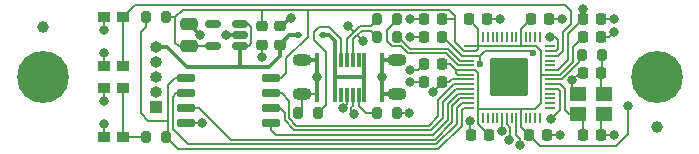
<source format=gbr>
%TF.GenerationSoftware,KiCad,Pcbnew,(7.0.0)*%
%TF.CreationDate,2023-05-29T13:22:43-05:00*%
%TF.ProjectId,rp2040-radar-presense-sensor,72703230-3430-42d7-9261-6461722d7072,rev?*%
%TF.SameCoordinates,Original*%
%TF.FileFunction,Copper,L1,Top*%
%TF.FilePolarity,Positive*%
%FSLAX46Y46*%
G04 Gerber Fmt 4.6, Leading zero omitted, Abs format (unit mm)*
G04 Created by KiCad (PCBNEW (7.0.0)) date 2023-05-29 13:22:43*
%MOMM*%
%LPD*%
G01*
G04 APERTURE LIST*
G04 Aperture macros list*
%AMRoundRect*
0 Rectangle with rounded corners*
0 $1 Rounding radius*
0 $2 $3 $4 $5 $6 $7 $8 $9 X,Y pos of 4 corners*
0 Add a 4 corners polygon primitive as box body*
4,1,4,$2,$3,$4,$5,$6,$7,$8,$9,$2,$3,0*
0 Add four circle primitives for the rounded corners*
1,1,$1+$1,$2,$3*
1,1,$1+$1,$4,$5*
1,1,$1+$1,$6,$7*
1,1,$1+$1,$8,$9*
0 Add four rect primitives between the rounded corners*
20,1,$1+$1,$2,$3,$4,$5,0*
20,1,$1+$1,$4,$5,$6,$7,0*
20,1,$1+$1,$6,$7,$8,$9,0*
20,1,$1+$1,$8,$9,$2,$3,0*%
G04 Aperture macros list end*
%TA.AperFunction,SMDPad,CuDef*%
%ADD10C,1.000000*%
%TD*%
%TA.AperFunction,SMDPad,CuDef*%
%ADD11RoundRect,0.200000X0.200000X0.275000X-0.200000X0.275000X-0.200000X-0.275000X0.200000X-0.275000X0*%
%TD*%
%TA.AperFunction,SMDPad,CuDef*%
%ADD12RoundRect,0.225000X-0.225000X-0.250000X0.225000X-0.250000X0.225000X0.250000X-0.225000X0.250000X0*%
%TD*%
%TA.AperFunction,SMDPad,CuDef*%
%ADD13RoundRect,0.225000X0.225000X0.250000X-0.225000X0.250000X-0.225000X-0.250000X0.225000X-0.250000X0*%
%TD*%
%TA.AperFunction,ComponentPad*%
%ADD14C,4.400000*%
%TD*%
%TA.AperFunction,SMDPad,CuDef*%
%ADD15R,1.000000X0.900000*%
%TD*%
%TA.AperFunction,SMDPad,CuDef*%
%ADD16RoundRect,0.200000X-0.200000X-0.275000X0.200000X-0.275000X0.200000X0.275000X-0.200000X0.275000X0*%
%TD*%
%TA.AperFunction,SMDPad,CuDef*%
%ADD17RoundRect,0.150000X-0.650000X-0.150000X0.650000X-0.150000X0.650000X0.150000X-0.650000X0.150000X0*%
%TD*%
%TA.AperFunction,SMDPad,CuDef*%
%ADD18RoundRect,0.225000X-0.250000X0.225000X-0.250000X-0.225000X0.250000X-0.225000X0.250000X0.225000X0*%
%TD*%
%TA.AperFunction,SMDPad,CuDef*%
%ADD19RoundRect,0.112500X-0.187500X-0.112500X0.187500X-0.112500X0.187500X0.112500X-0.187500X0.112500X0*%
%TD*%
%TA.AperFunction,SMDPad,CuDef*%
%ADD20RoundRect,0.225000X0.250000X-0.225000X0.250000X0.225000X-0.250000X0.225000X-0.250000X-0.225000X0*%
%TD*%
%TA.AperFunction,SMDPad,CuDef*%
%ADD21RoundRect,0.250000X0.475000X-0.250000X0.475000X0.250000X-0.475000X0.250000X-0.475000X-0.250000X0*%
%TD*%
%TA.AperFunction,SMDPad,CuDef*%
%ADD22R,1.400000X1.200000*%
%TD*%
%TA.AperFunction,SMDPad,CuDef*%
%ADD23RoundRect,0.050000X0.050000X-0.387500X0.050000X0.387500X-0.050000X0.387500X-0.050000X-0.387500X0*%
%TD*%
%TA.AperFunction,SMDPad,CuDef*%
%ADD24RoundRect,0.050000X0.387500X-0.050000X0.387500X0.050000X-0.387500X0.050000X-0.387500X-0.050000X0*%
%TD*%
%TA.AperFunction,ComponentPad*%
%ADD25C,0.600000*%
%TD*%
%TA.AperFunction,SMDPad,CuDef*%
%ADD26RoundRect,0.144000X1.456000X-1.456000X1.456000X1.456000X-1.456000X1.456000X-1.456000X-1.456000X0*%
%TD*%
%TA.AperFunction,SMDPad,CuDef*%
%ADD27RoundRect,0.150000X0.512500X0.150000X-0.512500X0.150000X-0.512500X-0.150000X0.512500X-0.150000X0*%
%TD*%
%TA.AperFunction,SMDPad,CuDef*%
%ADD28R,0.300000X1.150000*%
%TD*%
%TA.AperFunction,ComponentPad*%
%ADD29O,1.600000X1.100000*%
%TD*%
%TA.AperFunction,ComponentPad*%
%ADD30R,1.000000X1.000000*%
%TD*%
%TA.AperFunction,ComponentPad*%
%ADD31O,1.000000X1.000000*%
%TD*%
%TA.AperFunction,ViaPad*%
%ADD32C,0.800000*%
%TD*%
%TA.AperFunction,ViaPad*%
%ADD33C,0.600000*%
%TD*%
%TA.AperFunction,Conductor*%
%ADD34C,0.200000*%
%TD*%
%TA.AperFunction,Conductor*%
%ADD35C,0.300000*%
%TD*%
G04 APERTURE END LIST*
D10*
%TO.P,FID2,*%
%TO.N,*%
X74000000Y-95750000D03*
%TD*%
%TO.P,FID1,*%
%TO.N,*%
X126000000Y-104250000D03*
%TD*%
D11*
%TO.P,R2,1*%
%TO.N,+3V3*%
X84425000Y-94945600D03*
%TO.P,R2,2*%
%TO.N,QSPI_SS*%
X82775000Y-94945600D03*
%TD*%
D12*
%TO.P,C9,1*%
%TO.N,+3V3*%
X119722600Y-96621600D03*
%TO.P,C9,2*%
%TO.N,GND*%
X121272600Y-96621600D03*
%TD*%
D13*
%TO.P,C6,1*%
%TO.N,+1V1*%
X107806600Y-100431600D03*
%TO.P,C6,2*%
%TO.N,GND*%
X106256600Y-100431600D03*
%TD*%
D14*
%TO.P,H1,1,1*%
%TO.N,unconnected-(H1-Pad1)*%
X74000000Y-100000000D03*
%TD*%
D13*
%TO.P,C13,1*%
%TO.N,+3V3*%
X111819800Y-104902000D03*
%TO.P,C13,2*%
%TO.N,GND*%
X110269800Y-104902000D03*
%TD*%
D15*
%TO.P,SW2,1,1*%
%TO.N,GND*%
X79199999Y-99049999D03*
X79199999Y-94949999D03*
%TO.P,SW2,2,2*%
%TO.N,Net-(U3-RUN)*%
X80799999Y-99049999D03*
X80799999Y-94949999D03*
%TD*%
%TO.P,SW1,1,1*%
%TO.N,GND*%
X79199999Y-105049999D03*
X79199999Y-100949999D03*
%TO.P,SW1,2,2*%
%TO.N,Net-(R1-Pad2)*%
X80799999Y-105049999D03*
X80799999Y-100949999D03*
%TD*%
D12*
%TO.P,C15,1*%
%TO.N,+3V3*%
X115146600Y-104902000D03*
%TO.P,C15,2*%
%TO.N,GND*%
X116696600Y-104902000D03*
%TD*%
D16*
%TO.P,R4,1*%
%TO.N,USB_D+*%
X102349800Y-95097600D03*
%TO.P,R4,2*%
%TO.N,Net-(U3-USB_DP)*%
X103999800Y-95097600D03*
%TD*%
D11*
%TO.P,R1,1*%
%TO.N,QSPI_SS*%
X84425000Y-105054400D03*
%TO.P,R1,2*%
%TO.N,Net-(R1-Pad2)*%
X82775000Y-105054400D03*
%TD*%
D12*
%TO.P,C1,1*%
%TO.N,Net-(U3-XIN)*%
X119722600Y-104902000D03*
%TO.P,C1,2*%
%TO.N,GND*%
X121272600Y-104902000D03*
%TD*%
D11*
%TO.P,R6,1*%
%TO.N,Net-(J2-CC1)*%
X97294200Y-103073200D03*
%TO.P,R6,2*%
%TO.N,GND*%
X95644200Y-103073200D03*
%TD*%
D17*
%TO.P,U1,1,~{CS}*%
%TO.N,QSPI_SS*%
X86112800Y-100101400D03*
%TO.P,U1,2,DO(IO1)*%
%TO.N,/QSPI_SD1*%
X86112800Y-101371400D03*
%TO.P,U1,3,IO2*%
%TO.N,/QSPI_SD2*%
X86112800Y-102641400D03*
%TO.P,U1,4,GND*%
%TO.N,GND*%
X86112800Y-103911400D03*
%TO.P,U1,5,DI(IO0)*%
%TO.N,/QSPI_SD0*%
X93312800Y-103911400D03*
%TO.P,U1,6,CLK*%
%TO.N,QSPI_SCLK*%
X93312800Y-102641400D03*
%TO.P,U1,7,IO3*%
%TO.N,/QSPI_SD3*%
X93312800Y-101371400D03*
%TO.P,U1,8,VCC*%
%TO.N,+3V3*%
X93312800Y-100101400D03*
%TD*%
D11*
%TO.P,R7,1*%
%TO.N,GND*%
X103999800Y-103073200D03*
%TO.P,R7,2*%
%TO.N,Net-(J2-CC2)*%
X102349800Y-103073200D03*
%TD*%
D12*
%TO.P,C12,1*%
%TO.N,+3V3*%
X110066600Y-95097600D03*
%TO.P,C12,2*%
%TO.N,GND*%
X111616600Y-95097600D03*
%TD*%
D16*
%TO.P,R3,1*%
%TO.N,Net-(U3-XOUT)*%
X119672600Y-98145600D03*
%TO.P,R3,2*%
%TO.N,Net-(C2-Pad1)*%
X121322600Y-98145600D03*
%TD*%
%TO.P,R5,1*%
%TO.N,USB_D-*%
X102349800Y-96621600D03*
%TO.P,R5,2*%
%TO.N,Net-(U3-USB_DM)*%
X103999800Y-96621600D03*
%TD*%
D18*
%TO.P,C4,1*%
%TO.N,+3V3*%
X92557600Y-95694200D03*
%TO.P,C4,2*%
%TO.N,GND*%
X92557600Y-97244200D03*
%TD*%
D13*
%TO.P,C11,1*%
%TO.N,+3V3*%
X107806600Y-98907600D03*
%TO.P,C11,2*%
%TO.N,GND*%
X106256600Y-98907600D03*
%TD*%
D14*
%TO.P,H2,1,1*%
%TO.N,unconnected-(H2-Pad1)*%
X126000000Y-100000000D03*
%TD*%
D19*
%TO.P,D1,1,K*%
%TO.N,VBUS*%
X95622400Y-96469200D03*
%TO.P,D1,2,A*%
%TO.N,Net-(D1-A)*%
X97722400Y-96469200D03*
%TD*%
D20*
%TO.P,C3,1*%
%TO.N,VBUS*%
X94081600Y-97244200D03*
%TO.P,C3,2*%
%TO.N,GND*%
X94081600Y-95694200D03*
%TD*%
D21*
%TO.P,C8,1*%
%TO.N,+3V3*%
X86360000Y-97393800D03*
%TO.P,C8,2*%
%TO.N,GND*%
X86360000Y-95493800D03*
%TD*%
D13*
%TO.P,C7,1*%
%TO.N,+1V1*%
X107806600Y-96621600D03*
%TO.P,C7,2*%
%TO.N,GND*%
X106256600Y-96621600D03*
%TD*%
D22*
%TO.P,Y1,1,1*%
%TO.N,Net-(C2-Pad1)*%
X121495999Y-101410399D03*
%TO.P,Y1,2,2*%
%TO.N,GND*%
X119295999Y-101410399D03*
%TO.P,Y1,3,3*%
%TO.N,Net-(U3-XIN)*%
X119295999Y-103110399D03*
%TO.P,Y1,4,4*%
%TO.N,GND*%
X121495999Y-103110399D03*
%TD*%
D13*
%TO.P,C2,1*%
%TO.N,Net-(C2-Pad1)*%
X121272600Y-99669600D03*
%TO.P,C2,2*%
%TO.N,GND*%
X119722600Y-99669600D03*
%TD*%
D23*
%TO.P,U3,1,IOVDD*%
%TO.N,+3V3*%
X110900000Y-103437500D03*
%TO.P,U3,2,GPIO0*%
%TO.N,unconnected-(U3-GPIO0-Pad2)*%
X111300000Y-103437500D03*
%TO.P,U3,3,GPIO1*%
%TO.N,unconnected-(U3-GPIO1-Pad3)*%
X111700000Y-103437500D03*
%TO.P,U3,4,GPIO2*%
%TO.N,unconnected-(U3-GPIO2-Pad4)*%
X112100000Y-103437500D03*
%TO.P,U3,5,GPIO3*%
%TO.N,unconnected-(U3-GPIO3-Pad5)*%
X112500000Y-103437500D03*
%TO.P,U3,6,GPIO4*%
%TO.N,UART_TX*%
X112900000Y-103437500D03*
%TO.P,U3,7,GPIO5*%
%TO.N,UART_RX*%
X113300000Y-103437500D03*
%TO.P,U3,8,GPIO6*%
%TO.N,unconnected-(U3-GPIO6-Pad8)*%
X113700000Y-103437500D03*
%TO.P,U3,9,GPIO7*%
%TO.N,PRS_OUT*%
X114100000Y-103437500D03*
%TO.P,U3,10,IOVDD*%
%TO.N,+3V3*%
X114500000Y-103437500D03*
%TO.P,U3,11,GPIO8*%
%TO.N,unconnected-(U3-GPIO8-Pad11)*%
X114900000Y-103437500D03*
%TO.P,U3,12,GPIO9*%
%TO.N,unconnected-(U3-GPIO9-Pad12)*%
X115300000Y-103437500D03*
%TO.P,U3,13,GPIO10*%
%TO.N,unconnected-(U3-GPIO10-Pad13)*%
X115700000Y-103437500D03*
%TO.P,U3,14,GPIO11*%
%TO.N,unconnected-(U3-GPIO11-Pad14)*%
X116100000Y-103437500D03*
D24*
%TO.P,U3,15,GPIO12*%
%TO.N,unconnected-(U3-GPIO12-Pad15)*%
X116937500Y-102600000D03*
%TO.P,U3,16,GPIO13*%
%TO.N,unconnected-(U3-GPIO13-Pad16)*%
X116937500Y-102200000D03*
%TO.P,U3,17,GPIO14*%
%TO.N,unconnected-(U3-GPIO14-Pad17)*%
X116937500Y-101800000D03*
%TO.P,U3,18,GPIO15*%
%TO.N,unconnected-(U3-GPIO15-Pad18)*%
X116937500Y-101400000D03*
%TO.P,U3,19,TESTEN*%
%TO.N,GND*%
X116937500Y-101000000D03*
%TO.P,U3,20,XIN*%
%TO.N,Net-(U3-XIN)*%
X116937500Y-100600000D03*
%TO.P,U3,21,XOUT*%
%TO.N,Net-(U3-XOUT)*%
X116937500Y-100200000D03*
%TO.P,U3,22,IOVDD*%
%TO.N,+3V3*%
X116937500Y-99800000D03*
%TO.P,U3,23,DVDD*%
%TO.N,+1V1*%
X116937500Y-99400000D03*
%TO.P,U3,24,SWCLK*%
%TO.N,unconnected-(U3-SWCLK-Pad24)*%
X116937500Y-99000000D03*
%TO.P,U3,25,SWD*%
%TO.N,unconnected-(U3-SWD-Pad25)*%
X116937500Y-98600000D03*
%TO.P,U3,26,RUN*%
%TO.N,Net-(U3-RUN)*%
X116937500Y-98200000D03*
%TO.P,U3,27,GPIO16*%
%TO.N,RGB_DIN*%
X116937500Y-97800000D03*
%TO.P,U3,28,GPIO17*%
%TO.N,unconnected-(U3-GPIO17-Pad28)*%
X116937500Y-97400000D03*
D23*
%TO.P,U3,29,GPIO18*%
%TO.N,unconnected-(U3-GPIO18-Pad29)*%
X116100000Y-96562500D03*
%TO.P,U3,30,GPIO19*%
%TO.N,unconnected-(U3-GPIO19-Pad30)*%
X115700000Y-96562500D03*
%TO.P,U3,31,GPIO20*%
%TO.N,unconnected-(U3-GPIO20-Pad31)*%
X115300000Y-96562500D03*
%TO.P,U3,32,GPIO21*%
%TO.N,unconnected-(U3-GPIO21-Pad32)*%
X114900000Y-96562500D03*
%TO.P,U3,33,IOVDD*%
%TO.N,+3V3*%
X114500000Y-96562500D03*
%TO.P,U3,34,GPIO22*%
%TO.N,unconnected-(U3-GPIO22-Pad34)*%
X114100000Y-96562500D03*
%TO.P,U3,35,GPIO23*%
%TO.N,unconnected-(U3-GPIO23-Pad35)*%
X113700000Y-96562500D03*
%TO.P,U3,36,GPIO24*%
%TO.N,unconnected-(U3-GPIO24-Pad36)*%
X113300000Y-96562500D03*
%TO.P,U3,37,GPIO25*%
%TO.N,unconnected-(U3-GPIO25-Pad37)*%
X112900000Y-96562500D03*
%TO.P,U3,38,GPIO26_ADC0*%
%TO.N,unconnected-(U3-GPIO26_ADC0-Pad38)*%
X112500000Y-96562500D03*
%TO.P,U3,39,GPIO27_ADC1*%
%TO.N,unconnected-(U3-GPIO27_ADC1-Pad39)*%
X112100000Y-96562500D03*
%TO.P,U3,40,GPIO28_ADC2*%
%TO.N,unconnected-(U3-GPIO28_ADC2-Pad40)*%
X111700000Y-96562500D03*
%TO.P,U3,41,GPIO29_ADC3*%
%TO.N,unconnected-(U3-GPIO29_ADC3-Pad41)*%
X111300000Y-96562500D03*
%TO.P,U3,42,IOVDD*%
%TO.N,+3V3*%
X110900000Y-96562500D03*
D24*
%TO.P,U3,43,ADC_AVDD*%
X110062500Y-97400000D03*
%TO.P,U3,44,VREG_IN*%
X110062500Y-97800000D03*
%TO.P,U3,45,VREG_VOUT*%
%TO.N,+1V1*%
X110062500Y-98200000D03*
%TO.P,U3,46,USB_DM*%
%TO.N,Net-(U3-USB_DM)*%
X110062500Y-98600000D03*
%TO.P,U3,47,USB_DP*%
%TO.N,Net-(U3-USB_DP)*%
X110062500Y-99000000D03*
%TO.P,U3,48,USB_VDD*%
%TO.N,+3V3*%
X110062500Y-99400000D03*
%TO.P,U3,49,IOVDD*%
X110062500Y-99800000D03*
%TO.P,U3,50,DVDD*%
%TO.N,+1V1*%
X110062500Y-100200000D03*
%TO.P,U3,51,QSPI_SD3*%
%TO.N,/QSPI_SD3*%
X110062500Y-100600000D03*
%TO.P,U3,52,QSPI_SCLK*%
%TO.N,QSPI_SCLK*%
X110062500Y-101000000D03*
%TO.P,U3,53,QSPI_SD0*%
%TO.N,/QSPI_SD0*%
X110062500Y-101400000D03*
%TO.P,U3,54,QSPI_SD2*%
%TO.N,/QSPI_SD2*%
X110062500Y-101800000D03*
%TO.P,U3,55,QSPI_SD1*%
%TO.N,/QSPI_SD1*%
X110062500Y-102200000D03*
%TO.P,U3,56,QSPI_SS*%
%TO.N,QSPI_SS*%
X110062500Y-102600000D03*
D25*
%TO.P,U3,57,GND*%
%TO.N,GND*%
X112225000Y-101275000D03*
X113500000Y-101275000D03*
X114775000Y-101275000D03*
X112225000Y-100000000D03*
X113500000Y-100000000D03*
D26*
X113500000Y-100000000D03*
D25*
X114775000Y-100000000D03*
X112225000Y-98725000D03*
X113500000Y-98725000D03*
X114775000Y-98725000D03*
%TD*%
D27*
%TO.P,U2,1,VIN*%
%TO.N,VBUS*%
X90717800Y-97383600D03*
%TO.P,U2,2,GND*%
%TO.N,GND*%
X90717800Y-96433600D03*
%TO.P,U2,3,EN*%
%TO.N,VBUS*%
X90717800Y-95483600D03*
%TO.P,U2,4,NC*%
%TO.N,unconnected-(U2-NC-Pad4)*%
X88442800Y-95483600D03*
%TO.P,U2,5,VOUT*%
%TO.N,+3V3*%
X88442800Y-97383600D03*
%TD*%
D12*
%TO.P,C14,1*%
%TO.N,+3V3*%
X115349800Y-95097600D03*
%TO.P,C14,2*%
%TO.N,GND*%
X116899800Y-95097600D03*
%TD*%
D28*
%TO.P,J2,A1,GND_A*%
%TO.N,GND*%
X97249999Y-98514999D03*
%TO.P,J2,A4,VBUS_A*%
%TO.N,Net-(D1-A)*%
X98749999Y-98514999D03*
%TO.P,J2,A5,CC1*%
%TO.N,Net-(J2-CC1)*%
X99249999Y-98514999D03*
%TO.P,J2,A6,DP1*%
%TO.N,USB_D+*%
X99749999Y-98514999D03*
%TO.P,J2,A7,DN1*%
%TO.N,USB_D-*%
X100249999Y-98514999D03*
%TO.P,J2,A8,SBU1*%
%TO.N,unconnected-(J2-SBU1-PadA8)*%
X100749999Y-98514999D03*
%TO.P,J2,A9,VBUS_A*%
%TO.N,Net-(D1-A)*%
X101249999Y-98514999D03*
%TO.P,J2,A12,GND_A*%
%TO.N,GND*%
X102749999Y-98514999D03*
%TO.P,J2,B1,GND_B*%
X102749999Y-101484999D03*
%TO.P,J2,B4,VBUS_B*%
%TO.N,Net-(D1-A)*%
X101249999Y-101484999D03*
%TO.P,J2,B5,CC2*%
%TO.N,Net-(J2-CC2)*%
X100749999Y-101484999D03*
%TO.P,J2,B6,DP2*%
%TO.N,USB_D+*%
X100249999Y-101484999D03*
%TO.P,J2,B7,DN2*%
%TO.N,USB_D-*%
X99749999Y-101484999D03*
%TO.P,J2,B8,SBU2*%
%TO.N,unconnected-(J2-SBU2-PadB8)*%
X99249999Y-101484999D03*
%TO.P,J2,B9,VBUS_B*%
%TO.N,Net-(D1-A)*%
X98749999Y-101484999D03*
%TO.P,J2,B12,GND_B*%
%TO.N,GND*%
X97249999Y-101484999D03*
D29*
%TO.P,J2,S1,SHIELD*%
X95999999Y-98569999D03*
%TO.P,J2,S2,SHIELD*%
X103999999Y-98569999D03*
%TO.P,J2,S3,SHIELD*%
X95999999Y-101429999D03*
%TO.P,J2,S4,SHIELD*%
X103999999Y-101429999D03*
%TD*%
D12*
%TO.P,C5,1*%
%TO.N,+1V1*%
X119722600Y-95097600D03*
%TO.P,C5,2*%
%TO.N,GND*%
X121272600Y-95097600D03*
%TD*%
D13*
%TO.P,C10,1*%
%TO.N,+3V3*%
X107806600Y-95097600D03*
%TO.P,C10,2*%
%TO.N,GND*%
X106256600Y-95097600D03*
%TD*%
D30*
%TO.P,J1,1,Pin_1*%
%TO.N,PRS_OUT*%
X83599999Y-102539999D03*
D31*
%TO.P,J1,2,Pin_2*%
%TO.N,UART_RX*%
X83599999Y-101269999D03*
%TO.P,J1,3,Pin_3*%
%TO.N,UART_TX*%
X83599999Y-99999999D03*
%TO.P,J1,4,Pin_4*%
%TO.N,GND*%
X83599999Y-98729999D03*
%TO.P,J1,5,Pin_5*%
%TO.N,VBUS*%
X83599999Y-97459999D03*
%TD*%
D32*
%TO.N,RGB_DIN*%
X116941600Y-96570800D03*
%TO.N,GND*%
X110192300Y-103733600D03*
X79200000Y-102006400D03*
X105105200Y-95097600D03*
X102750000Y-100000000D03*
X79200000Y-96012000D03*
X92557600Y-98298000D03*
X87477600Y-103911400D03*
X112725200Y-95097600D03*
X87284600Y-96418400D03*
X105054400Y-103073200D03*
X118008400Y-95097600D03*
X122377200Y-104902000D03*
X97250000Y-100000000D03*
X122377200Y-95097600D03*
X105105200Y-99415600D03*
X122377200Y-96200498D03*
X95046800Y-95022100D03*
X117043200Y-103530400D03*
X117805200Y-104902000D03*
X105105200Y-96618835D03*
X79200000Y-103987600D03*
X79200000Y-97993200D03*
X105112510Y-100434692D03*
X118845922Y-100278522D03*
X89483400Y-96433600D03*
%TO.N,+3V3*%
X123545600Y-102450000D03*
D33*
%TO.N,+1V1*%
X111048800Y-98907600D03*
D32*
X107031750Y-101299050D03*
X119735600Y-94199500D03*
D33*
X115519200Y-97999500D03*
D32*
%TO.N,PRS_OUT*%
X114399875Y-105790440D03*
%TO.N,UART_RX*%
X113507128Y-105331117D03*
%TO.N,UART_TX*%
X112869786Y-104561182D03*
%TO.N,USB_D+*%
X99822000Y-95656400D03*
X100330000Y-103124000D03*
%TO.N,USB_D-*%
X101142800Y-96926400D03*
X99445916Y-102657741D03*
%TD*%
D34*
%TO.N,GND*%
X105112510Y-100434692D02*
X106253508Y-100434692D01*
X106253508Y-100434692D02*
X106256600Y-100431600D01*
%TO.N,+3V3*%
X111819800Y-104902000D02*
X110900000Y-103982200D01*
X110900000Y-103982200D02*
X110900000Y-103437500D01*
%TO.N,Net-(C2-Pad1)*%
X121272600Y-99669600D02*
X121272600Y-101187000D01*
X121272600Y-101187000D02*
X121496000Y-101410400D01*
%TO.N,GND*%
X121272600Y-103333800D02*
X121272600Y-104902000D01*
%TO.N,+3V3*%
X118875000Y-97469200D02*
X119722600Y-96621600D01*
X118875000Y-98694514D02*
X118875000Y-97469200D01*
X117769514Y-99800000D02*
X118875000Y-98694514D01*
X116937500Y-99800000D02*
X117769514Y-99800000D01*
%TO.N,+1V1*%
X117603828Y-99400000D02*
X116937500Y-99400000D01*
X118475000Y-96339686D02*
X118475000Y-98528828D01*
X118475000Y-98528828D02*
X117603828Y-99400000D01*
X119735600Y-95079086D02*
X118475000Y-96339686D01*
X119735600Y-94199500D02*
X119735600Y-95079086D01*
%TO.N,Net-(U3-RUN)*%
X81827400Y-93922600D02*
X80800000Y-94950000D01*
X118255800Y-93922600D02*
X81827400Y-93922600D01*
X118075000Y-96174000D02*
X118708400Y-95540600D01*
X118708400Y-94375200D02*
X118255800Y-93922600D01*
X118075000Y-97760660D02*
X118075000Y-96174000D01*
X118708400Y-95540600D02*
X118708400Y-94375200D01*
X117635661Y-98200000D02*
X118075000Y-97760660D01*
X116937500Y-98200000D02*
X117635661Y-98200000D01*
%TO.N,RGB_DIN*%
X117675000Y-96847000D02*
X117398800Y-96570800D01*
X117675000Y-97594975D02*
X117675000Y-96847000D01*
X117398800Y-96570800D02*
X116941600Y-96570800D01*
X117469975Y-97800000D02*
X117675000Y-97594975D01*
X116937500Y-97800000D02*
X117469975Y-97800000D01*
%TO.N,Net-(U3-XIN)*%
X118205200Y-102787400D02*
X118528200Y-103110400D01*
X118528200Y-103110400D02*
X119296000Y-103110400D01*
X116937500Y-100600000D02*
X117795800Y-100600000D01*
X117795800Y-100600000D02*
X118205200Y-101009400D01*
X119722600Y-103537000D02*
X119296000Y-103110400D01*
X119722600Y-104902000D02*
X119722600Y-103537000D01*
X118205200Y-101009400D02*
X118205200Y-102787400D01*
%TO.N,GND*%
X97231200Y-100025200D02*
X97250000Y-100006400D01*
X121272600Y-96621600D02*
X121956098Y-96621600D01*
X86112800Y-103911400D02*
X87477600Y-103911400D01*
X117805200Y-101175086D02*
X117630114Y-101000000D01*
D35*
X94247000Y-95694200D02*
X94919100Y-95022100D01*
D34*
X118845922Y-100960322D02*
X119296000Y-101410400D01*
X96000000Y-102717400D02*
X96000000Y-101430000D01*
X121496000Y-103110400D02*
X121272600Y-103333800D01*
X117043200Y-103530400D02*
X117805200Y-102768400D01*
X102768400Y-99974400D02*
X102750000Y-99956000D01*
X96000000Y-101430000D02*
X97195000Y-101430000D01*
X121272600Y-104902000D02*
X122377200Y-104902000D01*
D35*
X96000000Y-98570000D02*
X97195000Y-98570000D01*
D34*
X116696600Y-104902000D02*
X117805200Y-104902000D01*
X110192300Y-104824500D02*
X110269800Y-104902000D01*
D35*
X104000000Y-98570000D02*
X102805000Y-98570000D01*
D34*
X121956098Y-96621600D02*
X122377200Y-96200498D01*
D35*
X102750000Y-98515000D02*
X102750000Y-101485000D01*
D34*
X97250000Y-100044000D02*
X97231200Y-100025200D01*
X105748600Y-99415600D02*
X106256600Y-98907600D01*
X111616600Y-95097600D02*
X112725200Y-95097600D01*
D35*
X94919100Y-95022100D02*
X95046800Y-95022100D01*
D34*
X117805200Y-102768400D02*
X117805200Y-101175086D01*
D35*
X102805000Y-101430000D02*
X102750000Y-101485000D01*
X89483400Y-96433600D02*
X90717800Y-96433600D01*
D34*
X97195000Y-101430000D02*
X97250000Y-101485000D01*
X79200000Y-97993200D02*
X79200000Y-99050000D01*
X121272600Y-95097600D02*
X122377200Y-95097600D01*
X102750000Y-99992800D02*
X102768400Y-99974400D01*
X117630114Y-101000000D02*
X116937500Y-101000000D01*
D35*
X104000000Y-101430000D02*
X102805000Y-101430000D01*
D34*
X79200000Y-103987600D02*
X79200000Y-105050000D01*
D35*
X94081600Y-95694200D02*
X94247000Y-95694200D01*
D34*
X95644200Y-103073200D02*
X96000000Y-102717400D01*
X103999800Y-103073200D02*
X105054400Y-103073200D01*
X79200000Y-96012000D02*
X79200000Y-94950000D01*
X119454844Y-99669600D02*
X119722600Y-99669600D01*
X116899800Y-95097600D02*
X118008400Y-95097600D01*
X118845922Y-100278522D02*
X118845922Y-100960322D01*
X118845922Y-100278522D02*
X119454844Y-99669600D01*
D35*
X97250000Y-98515000D02*
X97250000Y-101485000D01*
X97195000Y-98570000D02*
X97250000Y-98515000D01*
D34*
X92557600Y-98298000D02*
X92557600Y-97244200D01*
X105105200Y-96618835D02*
X106253835Y-96618835D01*
X105105200Y-95097600D02*
X106256600Y-95097600D01*
D35*
X102805000Y-98570000D02*
X102750000Y-98515000D01*
D34*
X110192300Y-103733600D02*
X110192300Y-104824500D01*
X106253835Y-96618835D02*
X106256600Y-96621600D01*
X105105200Y-99415600D02*
X105748600Y-99415600D01*
D35*
X87284600Y-96418400D02*
X86360000Y-95493800D01*
D34*
X79200000Y-102006400D02*
X79200000Y-100950000D01*
%TO.N,Net-(C2-Pad1)*%
X121322600Y-98145600D02*
X121322600Y-99619600D01*
X121322600Y-99619600D02*
X121272600Y-99669600D01*
%TO.N,VBUS*%
X90717800Y-95483600D02*
X91419600Y-95483600D01*
X91680300Y-95744300D02*
X91680300Y-97143300D01*
D35*
X93167200Y-99110800D02*
X94081600Y-98196400D01*
X90779600Y-99110800D02*
X93167200Y-99110800D01*
X83600000Y-97460000D02*
X84561000Y-97460000D01*
X84561000Y-97460000D02*
X86211800Y-99110800D01*
D34*
X91419600Y-95483600D02*
X91680300Y-95744300D01*
X91440000Y-97383600D02*
X90717800Y-97383600D01*
X91680300Y-97143300D02*
X91440000Y-97383600D01*
D35*
X86211800Y-99110800D02*
X90779600Y-99110800D01*
X94081600Y-98196400D02*
X94081600Y-97244200D01*
X90717800Y-99049000D02*
X90717800Y-97383600D01*
X90779600Y-99110800D02*
X90717800Y-99049000D01*
X94081600Y-97244200D02*
X94856600Y-96469200D01*
X94856600Y-96469200D02*
X95622400Y-96469200D01*
D34*
%TO.N,+3V3*%
X110062500Y-99800000D02*
X109143200Y-99800000D01*
X114500000Y-104255400D02*
X114500000Y-103437500D01*
X109653058Y-97800000D02*
X108915200Y-97062142D01*
X96469200Y-96570800D02*
X94640400Y-98399600D01*
X114500000Y-96562500D02*
X114500000Y-97396800D01*
X110900000Y-96562500D02*
X110900000Y-97396400D01*
X88442800Y-97383600D02*
X86370200Y-97383600D01*
X114503200Y-102700000D02*
X110933200Y-102700000D01*
X108915200Y-94843600D02*
X108394200Y-94322600D01*
X84425400Y-94945200D02*
X84425000Y-94945600D01*
X110900000Y-97396400D02*
X110896400Y-97400000D01*
X96469200Y-94322600D02*
X96469200Y-96570800D01*
X114500000Y-95947400D02*
X115349800Y-95097600D01*
X110900000Y-96562500D02*
X110900000Y-95931000D01*
X110900000Y-103437500D02*
X110900000Y-102666800D01*
X86360000Y-97393800D02*
X85557400Y-97393800D01*
X96469200Y-94322600D02*
X92557600Y-94322600D01*
X115768229Y-97400000D02*
X116200000Y-97831771D01*
X114500000Y-102703200D02*
X114503200Y-102700000D01*
X110062500Y-99400000D02*
X108990314Y-99400000D01*
X108915200Y-97062142D02*
X108915200Y-95097600D01*
X115689200Y-102700000D02*
X114503200Y-102700000D01*
X85242400Y-94945200D02*
X84425400Y-94945200D01*
X108990314Y-99647114D02*
X108990314Y-99400000D01*
X85557400Y-97393800D02*
X85242400Y-97078800D01*
X115146600Y-104902000D02*
X114500000Y-104255400D01*
X123545600Y-104851200D02*
X122529600Y-105867200D01*
X110062500Y-97800000D02*
X109653058Y-97800000D01*
X110896400Y-97586800D02*
X110896400Y-97400000D01*
X92557600Y-95694200D02*
X92557600Y-94322600D01*
X116111800Y-105867200D02*
X115146600Y-104902000D01*
X85242400Y-94945200D02*
X85865000Y-94322600D01*
X108915200Y-95097600D02*
X107806600Y-95097600D01*
X110933200Y-102700000D02*
X110900000Y-102666800D01*
X94208600Y-100101400D02*
X93312800Y-100101400D01*
X116200000Y-99822000D02*
X116200000Y-102189200D01*
X110062500Y-97400000D02*
X110896400Y-97400000D01*
X94640400Y-98399600D02*
X94640400Y-99669600D01*
X114500000Y-96562500D02*
X114500000Y-95947400D01*
X110900000Y-99673200D02*
X110626800Y-99400000D01*
X110683200Y-97800000D02*
X110896400Y-97586800D01*
X110900000Y-95931000D02*
X110066600Y-95097600D01*
X110062500Y-97800000D02*
X110683200Y-97800000D01*
X108394200Y-94322600D02*
X96469200Y-94322600D01*
X122529600Y-105867200D02*
X116111800Y-105867200D01*
X116937500Y-99800000D02*
X116222000Y-99800000D01*
X110896400Y-97400000D02*
X114503200Y-97400000D01*
X109143200Y-99800000D02*
X108990314Y-99647114D01*
X114503200Y-97400000D02*
X115768229Y-97400000D01*
X85865000Y-94322600D02*
X92557600Y-94322600D01*
X108990314Y-99400000D02*
X108497914Y-98907600D01*
X110626800Y-99400000D02*
X110062500Y-99400000D01*
X108915200Y-95097600D02*
X108915200Y-94843600D01*
X116200000Y-97831771D02*
X116200000Y-99822000D01*
X110900000Y-102666800D02*
X110900000Y-99673200D01*
X114500000Y-97396800D02*
X114503200Y-97400000D01*
X123545600Y-102450000D02*
X123545600Y-104851200D01*
X85242400Y-97078800D02*
X85242400Y-94945200D01*
X116222000Y-99800000D02*
X116200000Y-99822000D01*
X94640400Y-99669600D02*
X94208600Y-100101400D01*
X108497914Y-98907600D02*
X107806600Y-98907600D01*
X114500000Y-103437500D02*
X114500000Y-102703200D01*
X116200000Y-102189200D02*
X115689200Y-102700000D01*
X86370200Y-97383600D02*
X86360000Y-97393800D01*
%TO.N,+1V1*%
X107806600Y-100524200D02*
X107806600Y-100431600D01*
X107031750Y-101299050D02*
X107806600Y-100524200D01*
X110062500Y-98200000D02*
X111045200Y-98200000D01*
X107908972Y-96621600D02*
X107806600Y-96621600D01*
X119722600Y-94212500D02*
X119722600Y-95097600D01*
X111045200Y-98200000D02*
X111445200Y-97800000D01*
X108634800Y-100200000D02*
X108403200Y-100431600D01*
X109487372Y-98200000D02*
X107908972Y-96621600D01*
X119735600Y-94199500D02*
X119722600Y-94212500D01*
X111048800Y-98203600D02*
X111045200Y-98200000D01*
X108403200Y-100431600D02*
X107806600Y-100431600D01*
X110062500Y-98200000D02*
X109487372Y-98200000D01*
X111048800Y-98907600D02*
X111048800Y-98203600D01*
X115319700Y-97800000D02*
X115519200Y-97999500D01*
X111445200Y-97800000D02*
X115319700Y-97800000D01*
X110062500Y-100200000D02*
X108634800Y-100200000D01*
%TO.N,PRS_OUT*%
X114399875Y-105790440D02*
X114399875Y-105372737D01*
X114399875Y-105372737D02*
X114396600Y-105369462D01*
X114100000Y-104905200D02*
X114100000Y-103437500D01*
X114396600Y-105201800D02*
X114100000Y-104905200D01*
X114396600Y-105369462D02*
X114396600Y-105201800D01*
%TO.N,UART_RX*%
X113300000Y-104001446D02*
X113300000Y-103437500D01*
X113507128Y-105331117D02*
X113569786Y-105268459D01*
X113569786Y-104271232D02*
X113300000Y-104001446D01*
X113569786Y-105268459D02*
X113569786Y-104271232D01*
%TO.N,UART_TX*%
X112869786Y-104561182D02*
X112900000Y-104530968D01*
X112900000Y-104530968D02*
X112900000Y-103437500D01*
%TO.N,QSPI_SS*%
X82296000Y-103073200D02*
X82296000Y-96215200D01*
X110062500Y-102600000D02*
X109689201Y-102600000D01*
X109689201Y-102600000D02*
X109492800Y-102796401D01*
X84612800Y-103733600D02*
X82956400Y-103733600D01*
X84612800Y-103733600D02*
X84612800Y-104866600D01*
X109492800Y-104117200D02*
X107510000Y-106100000D01*
X84612800Y-104866600D02*
X84425000Y-105054400D01*
X85470600Y-106100000D02*
X84425000Y-105054400D01*
X82775000Y-95736200D02*
X82775000Y-94945600D01*
X84612800Y-100654800D02*
X84612800Y-103733600D01*
X85166200Y-100101400D02*
X86112800Y-100101400D01*
X82956400Y-103733600D02*
X82296000Y-103073200D01*
X107510000Y-106100000D02*
X85470600Y-106100000D01*
X82296000Y-96215200D02*
X82775000Y-95736200D01*
X109492800Y-102796401D02*
X109492800Y-104117200D01*
X84612800Y-100654800D02*
X85166200Y-100101400D01*
%TO.N,Net-(R1-Pad2)*%
X82775000Y-105054400D02*
X80804400Y-105054400D01*
X80800000Y-100950000D02*
X80800000Y-105050000D01*
X80804400Y-105054400D02*
X80800000Y-105050000D01*
%TO.N,Net-(U3-XOUT)*%
X119372600Y-98762600D02*
X119372600Y-98445600D01*
X117935200Y-100200000D02*
X119372600Y-98762600D01*
X116937500Y-100200000D02*
X117935200Y-100200000D01*
X119372600Y-98445600D02*
X119672600Y-98145600D01*
%TO.N,Net-(J2-CC1)*%
X96977200Y-96824800D02*
X96977200Y-96146118D01*
X99250000Y-96760800D02*
X99250000Y-98515000D01*
X96977200Y-96146118D02*
X97365318Y-95758000D01*
X97294200Y-103073200D02*
X97993200Y-102374200D01*
X97993200Y-97840800D02*
X96977200Y-96824800D01*
X97993200Y-102374200D02*
X97993200Y-97840800D01*
X97365318Y-95758000D02*
X98247200Y-95758000D01*
X98247200Y-95758000D02*
X99250000Y-96760800D01*
%TO.N,Net-(U3-USB_DP)*%
X109156000Y-99000000D02*
X108149200Y-97993200D01*
X103174800Y-96978707D02*
X103174800Y-96012000D01*
X104298514Y-97396600D02*
X103592693Y-97396600D01*
X108149200Y-97993200D02*
X104895114Y-97993200D01*
X104895114Y-97993200D02*
X104298514Y-97396600D01*
X110062500Y-99000000D02*
X109156000Y-99000000D01*
X103174800Y-96012000D02*
X103999800Y-95187000D01*
X103999800Y-95187000D02*
X103999800Y-95097600D01*
X103592693Y-97396600D02*
X103174800Y-96978707D01*
%TO.N,USB_D+*%
X100145916Y-102939916D02*
X100330000Y-103124000D01*
X100250000Y-101485000D02*
X100250000Y-102419343D01*
X100145916Y-102523427D02*
X100145916Y-102939916D01*
X100330000Y-96164400D02*
X100838000Y-95656400D01*
X99750000Y-96744400D02*
X100330000Y-96164400D01*
X99822000Y-95656400D02*
X100330000Y-96164400D01*
X99750000Y-98515000D02*
X99750000Y-96744400D01*
X100838000Y-95656400D02*
X101791000Y-95656400D01*
X101791000Y-95656400D02*
X102349800Y-95097600D01*
X100250000Y-102419343D02*
X100145916Y-102523427D01*
%TO.N,Net-(U3-USB_DM)*%
X109321686Y-98600000D02*
X110062500Y-98600000D01*
X105060800Y-97593200D02*
X108314886Y-97593200D01*
X103999800Y-96621600D02*
X104089200Y-96621600D01*
X104089200Y-96621600D02*
X105060800Y-97593200D01*
X108314886Y-97593200D02*
X109321686Y-98600000D01*
%TO.N,Net-(U3-RUN)*%
X80800000Y-99050000D02*
X80800000Y-94950000D01*
%TO.N,/QSPI_SD1*%
X109092800Y-103951514D02*
X109092800Y-102630715D01*
X107344314Y-105700000D02*
X109092800Y-103951514D01*
X109092800Y-102630715D02*
X109523515Y-102200000D01*
X85318600Y-101371400D02*
X85012800Y-101677200D01*
X109523515Y-102200000D02*
X110062500Y-102200000D01*
X86294400Y-105700000D02*
X107344314Y-105700000D01*
X85012800Y-104418400D02*
X86294400Y-105700000D01*
X86112800Y-101371400D02*
X85318600Y-101371400D01*
X85012800Y-101677200D02*
X85012800Y-104418400D01*
%TO.N,/QSPI_SD2*%
X110062500Y-101800000D02*
X109357829Y-101800000D01*
X87261700Y-102641400D02*
X86112800Y-102641400D01*
X109357829Y-101800000D02*
X108692800Y-102465029D01*
X89920300Y-105300000D02*
X87261700Y-102641400D01*
X107178628Y-105300000D02*
X89920300Y-105300000D01*
X108692800Y-103785828D02*
X107178628Y-105300000D01*
X108692800Y-102465029D02*
X108692800Y-103785828D01*
%TO.N,/QSPI_SD0*%
X107012942Y-104900000D02*
X93774800Y-104900000D01*
X93312800Y-104438000D02*
X93312800Y-103911400D01*
X109192143Y-101400000D02*
X108292800Y-102299343D01*
X110062500Y-101400000D02*
X109192143Y-101400000D01*
X108292800Y-103620142D02*
X107012942Y-104900000D01*
X108292800Y-102299343D02*
X108292800Y-103620142D01*
X93774800Y-104900000D02*
X93312800Y-104438000D01*
%TO.N,QSPI_SCLK*%
X109026458Y-101000000D02*
X110062500Y-101000000D01*
X106847256Y-104500000D02*
X107892800Y-103454456D01*
X94488000Y-103664793D02*
X95323207Y-104500000D01*
X93312800Y-102641400D02*
X94107000Y-102641400D01*
X107892800Y-103454456D02*
X107892800Y-102133658D01*
X94488000Y-103022400D02*
X94488000Y-103664793D01*
X95323207Y-104500000D02*
X106847256Y-104500000D01*
X107892800Y-102133658D02*
X109026458Y-101000000D01*
X94107000Y-102641400D02*
X94488000Y-103022400D01*
%TO.N,/QSPI_SD3*%
X94259400Y-101371400D02*
X93312800Y-101371400D01*
X95488893Y-104100000D02*
X94888000Y-103499107D01*
X108860772Y-100600000D02*
X107492800Y-101967972D01*
X107492800Y-103288770D02*
X106681570Y-104100000D01*
X94888000Y-102000000D02*
X94259400Y-101371400D01*
X106681570Y-104100000D02*
X95488893Y-104100000D01*
X107492800Y-101967972D02*
X107492800Y-103288770D01*
X94888000Y-103499107D02*
X94888000Y-102000000D01*
X110062500Y-100600000D02*
X108860772Y-100600000D01*
%TO.N,USB_D-*%
X100250000Y-96810086D02*
X100638243Y-96421843D01*
X101784600Y-96056400D02*
X102349800Y-96621600D01*
X100638243Y-96421843D02*
X101003686Y-96056400D01*
X99750000Y-101485000D02*
X99800000Y-101535000D01*
X99800000Y-102303657D02*
X99445916Y-102657741D01*
X99800000Y-101535000D02*
X99800000Y-102303657D01*
X101142800Y-96926400D02*
X100638243Y-96421843D01*
X101003686Y-96056400D02*
X101784600Y-96056400D01*
X100250000Y-98515000D02*
X100250000Y-96810086D01*
%TO.N,Net-(J2-CC2)*%
X100750000Y-101485000D02*
X100750000Y-102477200D01*
X100750000Y-102477200D02*
X101346000Y-103073200D01*
X101346000Y-103073200D02*
X102349800Y-103073200D01*
D35*
%TO.N,Net-(D1-A)*%
X98247200Y-96469200D02*
X98750000Y-96972000D01*
X98750000Y-96972000D02*
X98750000Y-98515000D01*
X101250000Y-101485000D02*
X101250000Y-98515000D01*
X98750000Y-98515000D02*
X98750000Y-101485000D01*
X98750000Y-100000000D02*
X101250000Y-100000000D01*
X97722400Y-96469200D02*
X98247200Y-96469200D01*
%TD*%
M02*

</source>
